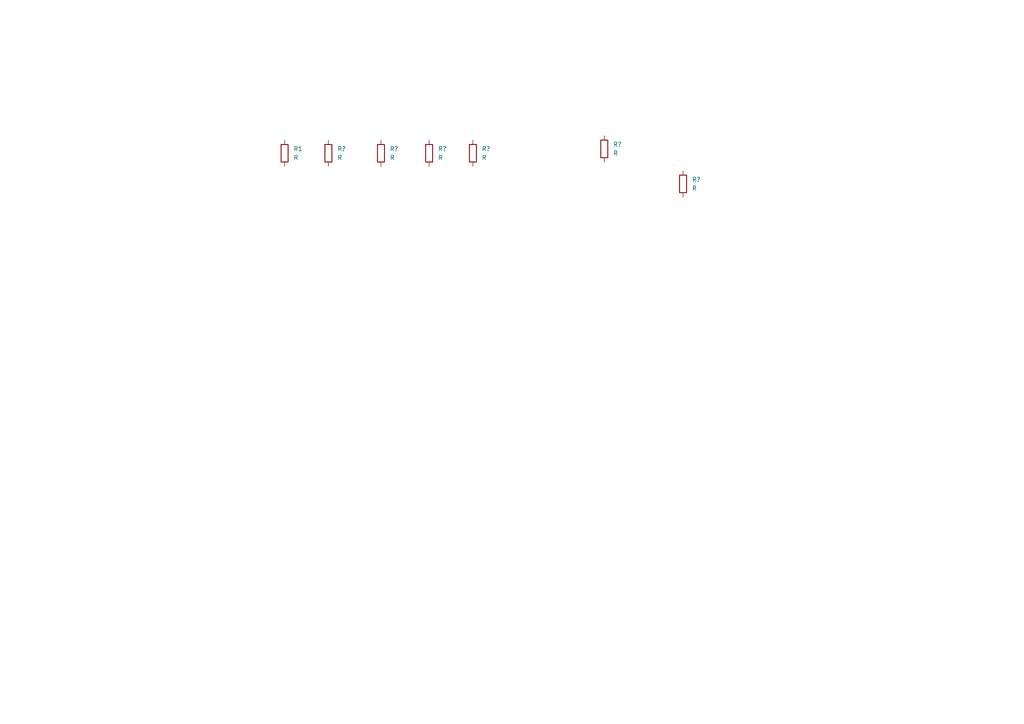
<source format=kicad_sch>
(kicad_sch (version 20250114) (generator "eeschema") (generator_version "9.0")
  (paper "A4")
  (title_block (title "Simular Digital para PLC") (date "2025-11-15") (rev "rev1.0"))
  (lib_symbols
    (symbol "Device:R" (pin_numbers (hide yes)) (pin_names (offset 0))
      (property "Reference" "R" (at 2.032 0 90))
      (property "Value" "R" (at 0 0 90))
      (symbol "R_0_1"
        (rectangle (start -1.016 -2.54) (end 1.016 2.54) (stroke (width 0.254)))
      )
      (symbol "R_1_1"
        (pin passive line (at 0 3.81 270) (length 1.27) (name "~") (number "1"))
        (pin passive line (at 0 -3.81 90) (length 1.27) (name "~") (number "2"))
      )
    )
  )
  (symbol (lib_id "Device:R") (at 175.26 43.18 0) (unit 1)
    (property "Reference" "R?" (at 177.8 41.9099 0) (effects (justify left)))
    (property "Value" "R" (at 177.8 44.4499 0) (effects (justify left)))
    (property "Description" "Resistor" (effects (hide yes)))
  )
  (symbol (lib_id "Device:R") (at 82.55 44.45 0) (unit 1)
    (property "Reference" "R1" (at 85.09 43.1799 0) (effects (justify left)))
    (property "Value" "R" (at 85.09 45.7199 0) (effects (justify left)))
    (property "Description" "Resistor" (effects (hide yes)))
  )
  (symbol (lib_id "Device:R") (at 110.49 44.45 0) (unit 1)
    (property "Reference" "R?" (at 113.03 43.1799 0) (effects (justify left)))
    (property "Value" "R" (at 113.03 45.7199 0) (effects (justify left)))
    (property "Description" "Resistor" (effects (hide yes)))
  )
  (symbol (lib_id "Device:R") (at 95.25 44.45 0) (unit 1)
    (property "Reference" "R?" (at 97.79 43.1799 0) (effects (justify left)))
    (property "Value" "R" (at 97.79 45.7199 0) (effects (justify left)))
    (property "Description" "Resistor" (effects (hide yes)))
  )
  (symbol (lib_id "Device:R") (at 137.16 44.45 0) (unit 1)
    (property "Reference" "R?" (at 139.7 43.1799 0) (effects (justify left)))
    (property "Value" "R" (at 139.7 45.7199 0) (effects (justify left)))
    (property "Description" "Resistor" (effects (hide yes)))
  )
  (symbol (lib_id "Device:R") (at 124.46 44.45 0) (unit 1)
    (property "Reference" "R?" (at 127 43.1799 0) (effects (justify left)))
    (property "Value" "R" (at 127 45.7199 0) (effects (justify left)))
    (property "Description" "Resistor" (effects (hide yes)))
  )
  (symbol (lib_id "Device:R") (at 198.12 53.34 0) (unit 1)
    (property "Reference" "R?" (at 200.66 52.0699 0) (effects (justify left)))
    (property "Value" "R" (at 200.66 54.6099 0) (effects (justify left)))
    (property "Description" "Resistor" (effects (hide yes)))
  )
)
</source>
